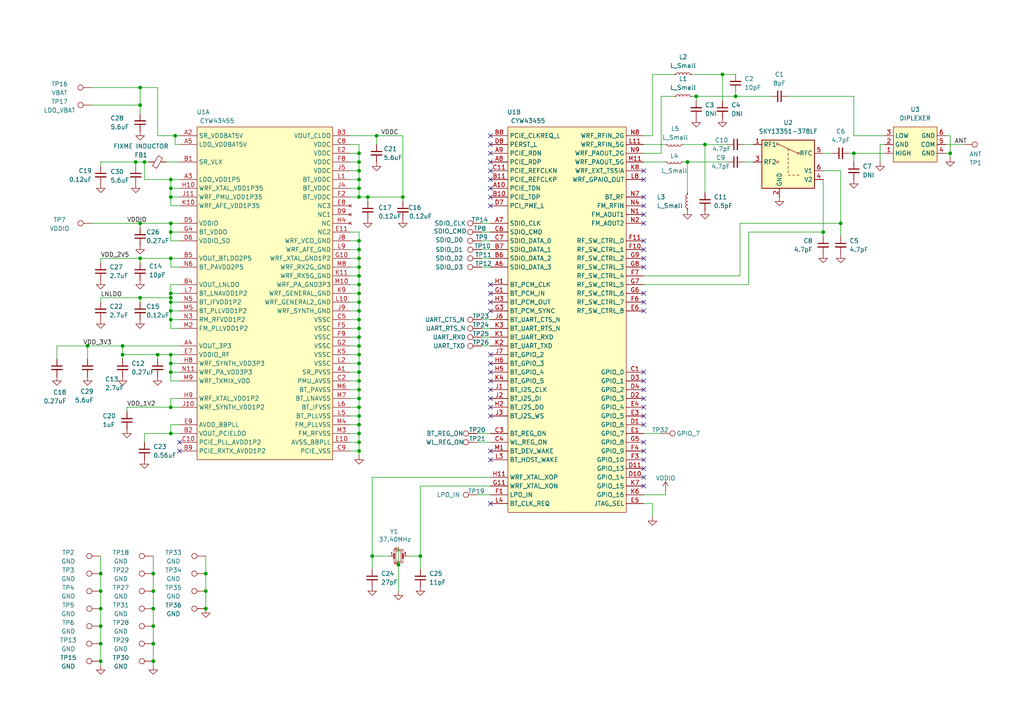
<source format=kicad_sch>
(kicad_sch (version 20250114) (generator "eeschema") (generator_version "9.0")
  (paper "A4")
  (title_block (title "RPi RM0 WiFi/Bluetooth Module") (comment 3 "License: CC BY-SA 4.0 (https://creativecommons.org/licenses/by-sa/4.0)") (comment 4 "Reverse engineered by Tube Time"))
  (junction (at 104.14 110.49))
  (junction (at 29.21 191.77))
  (junction (at 104.14 90.17))
  (junction (at 49.53 64.77))
  (junction (at 104.14 49.53))
  (junction (at 104.14 118.11))
  (junction (at 204.47 41.91))
  (junction (at 104.14 92.71))
  (junction (at 49.53 92.71))
  (junction (at 49.53 54.61))
  (junction (at 199.39 46.99))
  (junction (at 104.14 44.45))
  (junction (at 40.64 86.36))
  (junction (at 29.21 186.69))
  (junction (at 49.53 57.15))
  (junction (at 35.56 100.33))
  (junction (at 39.37 46.99))
  (junction (at 104.14 97.79))
  (junction (at 116.84 57.15))
  (junction (at 104.14 120.65))
  (junction (at 104.14 125.73))
  (junction (at 104.14 85.09))
  (junction (at 44.45 176.53))
  (junction (at 104.14 46.99))
  (junction (at 44.45 166.37))
  (junction (at 121.92 161.29))
  (junction (at 49.53 107.95))
  (junction (at 49.53 67.31))
  (junction (at 213.36 27.94))
  (junction (at 209.55 21.59))
  (junction (at 104.14 105.41))
  (junction (at 49.53 87.63))
  (junction (at 40.64 30.48))
  (junction (at 104.14 80.01))
  (junction (at 40.64 74.93))
  (junction (at 104.14 77.47))
  (junction (at 49.53 74.93))
  (junction (at 104.14 87.63))
  (junction (at 104.14 82.55))
  (junction (at 107.95 161.29))
  (junction (at 104.14 130.81))
  (junction (at 49.53 125.73))
  (junction (at 104.14 74.93))
  (junction (at 104.14 57.15))
  (junction (at 275.59 44.45))
  (junction (at 104.14 107.95))
  (junction (at 104.14 54.61))
  (junction (at 40.64 25.4))
  (junction (at 104.14 100.33))
  (junction (at 59.69 176.53))
  (junction (at 115.57 163.83))
  (junction (at 29.21 181.61))
  (junction (at 29.21 166.37))
  (junction (at 50.8 39.37))
  (junction (at 104.14 123.19))
  (junction (at 41.91 46.99))
  (junction (at 45.72 102.87))
  (junction (at 104.14 52.07))
  (junction (at 201.93 27.94))
  (junction (at 44.45 186.69))
  (junction (at 29.21 176.53))
  (junction (at 40.64 64.77))
  (junction (at 44.45 181.61))
  (junction (at 109.22 39.37))
  (junction (at 49.53 118.11))
  (junction (at 49.53 105.41))
  (junction (at 49.53 86.36))
  (junction (at 44.45 191.77))
  (junction (at 104.14 113.03))
  (junction (at 104.14 69.85))
  (junction (at 104.14 72.39))
  (junction (at 106.68 57.15))
  (junction (at 238.76 67.31))
  (junction (at 49.53 85.09))
  (junction (at 59.69 171.45))
  (junction (at 29.21 171.45))
  (junction (at 104.14 128.27))
  (junction (at 25.4 100.33))
  (junction (at 49.53 102.87))
  (junction (at 104.14 95.25))
  (junction (at 49.53 52.07))
  (junction (at 59.69 166.37))
  (junction (at 247.65 44.45))
  (junction (at 35.56 102.87))
  (junction (at 104.14 115.57))
  (junction (at 243.84 64.77))
  (junction (at 44.45 171.45))
  (junction (at 104.14 102.87))
  (junction (at 49.53 90.17))
  (no_connect (at 142.24 85.09))
  (no_connect (at 186.69 118.11))
  (no_connect (at 142.24 146.05))
  (no_connect (at 142.24 59.69))
  (no_connect (at 186.69 135.89))
  (no_connect (at 186.69 115.57))
  (no_connect (at 186.69 49.53))
  (no_connect (at 142.24 82.55))
  (no_connect (at 142.24 87.63))
  (no_connect (at 142.24 49.53))
  (no_connect (at 142.24 115.57))
  (no_connect (at 186.69 113.03))
  (no_connect (at 142.24 54.61))
  (no_connect (at 186.69 77.47))
  (no_connect (at 142.24 118.11))
  (no_connect (at 142.24 44.45))
  (no_connect (at 186.69 120.65))
  (no_connect (at 142.24 110.49))
  (no_connect (at 142.24 90.17))
  (no_connect (at 186.69 62.23))
  (no_connect (at 186.69 128.27))
  (no_connect (at 186.69 110.49))
  (no_connect (at 186.69 133.35))
  (no_connect (at 142.24 46.99))
  (no_connect (at 186.69 74.93))
  (no_connect (at 186.69 138.43))
  (no_connect (at 186.69 69.85))
  (no_connect (at 186.69 72.39))
  (no_connect (at 186.69 59.69))
  (no_connect (at 142.24 107.95))
  (no_connect (at 186.69 90.17))
  (no_connect (at 186.69 52.07))
  (no_connect (at 186.69 57.15))
  (no_connect (at 142.24 120.65))
  (no_connect (at 142.24 130.81))
  (no_connect (at 142.24 133.35))
  (no_connect (at 186.69 87.63))
  (no_connect (at 186.69 123.19))
  (no_connect (at 142.24 39.37))
  (no_connect (at 142.24 102.87))
  (no_connect (at 186.69 107.95))
  (no_connect (at 52.07 128.27))
  (no_connect (at 186.69 85.09))
  (no_connect (at 142.24 57.15))
  (no_connect (at 186.69 64.77))
  (no_connect (at 142.24 105.41))
  (no_connect (at 52.07 130.81))
  (no_connect (at 142.24 52.07))
  (no_connect (at 186.69 130.81))
  (no_connect (at 142.24 41.91))
  (no_connect (at 186.69 140.97))
  (no_connect (at 142.24 113.03))
  (wire (pts (xy 121.92 161.29) (xy 121.92 140.97)))
  (wire (pts (xy 139.7 97.79) (xy 142.24 97.79)))
  (wire (pts (xy 104.14 80.01) (xy 101.6 80.01)))
  (wire (pts (xy 191.77 44.45) (xy 191.77 27.94)))
  (wire (pts (xy 48.26 46.99) (xy 52.07 46.99)))
  (wire (pts (xy 275.59 44.45) (xy 275.59 45.72)))
  (wire (pts (xy 115.57 158.75) (xy 115.57 163.83)))
  (wire (pts (xy 247.65 39.37) (xy 247.65 27.94)))
  (wire (pts (xy 104.14 123.19) (xy 104.14 125.73)))
  (wire (pts (xy 104.14 115.57) (xy 101.6 115.57)))
  (wire (pts (xy 52.07 82.55) (xy 49.53 82.55)))
  (wire (pts (xy 104.14 107.95) (xy 104.14 110.49)))
  (wire (pts (xy 104.14 115.57) (xy 104.14 118.11)))
  (wire (pts (xy 106.68 57.15) (xy 116.84 57.15)))
  (wire (pts (xy 52.07 41.91) (xy 50.8 41.91)))
  (wire (pts (xy 104.14 95.25) (xy 101.6 95.25)))
  (wire (pts (xy 209.55 29.21) (xy 209.55 21.59)))
  (wire (pts (xy 104.14 128.27) (xy 101.6 128.27)))
  (wire (pts (xy 52.07 57.15) (xy 49.53 57.15)))
  (wire (pts (xy 104.14 87.63) (xy 101.6 87.63)))
  (wire (pts (xy 49.53 123.19) (xy 49.53 125.73)))
  (wire (pts (xy 49.53 52.07) (xy 49.53 54.61)))
  (wire (pts (xy 191.77 27.94) (xy 195.58 27.94)))
  (wire (pts (xy 186.69 41.91) (xy 193.04 41.91)))
  (wire (pts (xy 104.14 82.55) (xy 101.6 82.55)))
  (wire (pts (xy 247.65 46.99) (xy 247.65 44.45)))
  (wire (pts (xy 39.37 48.26) (xy 39.37 46.99)))
  (wire (pts (xy 139.7 69.85) (xy 142.24 69.85)))
  (wire (pts (xy 189.23 21.59) (xy 189.23 39.37)))
  (wire (pts (xy 104.14 69.85) (xy 101.6 69.85)))
  (wire (pts (xy 121.92 140.97) (xy 142.24 140.97)))
  (wire (pts (xy 198.12 46.99) (xy 199.39 46.99)))
  (wire (pts (xy 104.14 72.39) (xy 101.6 72.39)))
  (wire (pts (xy 139.7 77.47) (xy 142.24 77.47)))
  (wire (pts (xy 40.64 64.77) (xy 40.64 66.04)))
  (wire (pts (xy 104.14 92.71) (xy 104.14 95.25)))
  (wire (pts (xy 52.07 123.19) (xy 49.53 123.19)))
  (wire (pts (xy 106.68 57.15) (xy 106.68 58.42)))
  (wire (pts (xy 52.07 52.07) (xy 49.53 52.07)))
  (wire (pts (xy 39.37 46.99) (xy 41.91 46.99)))
  (wire (pts (xy 104.14 52.07) (xy 104.14 54.61)))
  (wire (pts (xy 104.14 118.11) (xy 101.6 118.11)))
  (wire (pts (xy 50.8 39.37) (xy 45.72 39.37)))
  (wire (pts (xy 201.93 29.21) (xy 201.93 27.94)))
  (wire (pts (xy 189.23 146.05) (xy 186.69 146.05)))
  (wire (pts (xy 104.14 87.63) (xy 104.14 90.17)))
  (wire (pts (xy 104.14 110.49) (xy 101.6 110.49)))
  (wire (pts (xy 199.39 46.99) (xy 210.82 46.99)))
  (wire (pts (xy 104.14 74.93) (xy 101.6 74.93)))
  (wire (pts (xy 41.91 46.99) (xy 43.18 46.99)))
  (wire (pts (xy 104.14 92.71) (xy 101.6 92.71)))
  (wire (pts (xy 104.14 46.99) (xy 104.14 49.53)))
  (wire (pts (xy 139.7 100.33) (xy 142.24 100.33)))
  (wire (pts (xy 49.53 110.49) (xy 49.53 107.95)))
  (wire (pts (xy 209.55 21.59) (xy 200.66 21.59)))
  (wire (pts (xy 40.64 30.48) (xy 40.64 33.02)))
  (wire (pts (xy 26.67 64.77) (xy 40.64 64.77)))
  (wire (pts (xy 198.12 41.91) (xy 204.47 41.91)))
  (wire (pts (xy 186.69 80.01) (xy 214.63 80.01)))
  (wire (pts (xy 104.14 128.27) (xy 104.14 130.81)))
  (wire (pts (xy 29.21 191.77) (xy 29.21 193.04)))
  (wire (pts (xy 139.7 92.71) (xy 142.24 92.71)))
  (wire (pts (xy 101.6 41.91) (xy 104.14 41.91)))
  (wire (pts (xy 139.7 64.77) (xy 142.24 64.77)))
  (wire (pts (xy 104.14 110.49) (xy 104.14 113.03)))
  (wire (pts (xy 49.53 102.87) (xy 49.53 105.41)))
  (wire (pts (xy 44.45 161.29) (xy 44.45 166.37)))
  (wire (pts (xy 189.23 39.37) (xy 186.69 39.37)))
  (wire (pts (xy 274.32 39.37) (xy 275.59 39.37)))
  (wire (pts (xy 213.36 27.94) (xy 223.52 27.94)))
  (wire (pts (xy 138.43 128.27) (xy 142.24 128.27)))
  (wire (pts (xy 49.53 90.17) (xy 49.53 92.71)))
  (wire (pts (xy 104.14 69.85) (xy 104.14 72.39)))
  (wire (pts (xy 104.14 105.41) (xy 104.14 107.95)))
  (wire (pts (xy 139.7 95.25) (xy 142.24 95.25)))
  (wire (pts (xy 52.07 87.63) (xy 49.53 87.63)))
  (wire (pts (xy 40.64 64.77) (xy 49.53 64.77)))
  (wire (pts (xy 104.14 67.31) (xy 101.6 67.31)))
  (wire (pts (xy 104.14 77.47) (xy 104.14 80.01)))
  (wire (pts (xy 101.6 49.53) (xy 104.14 49.53)))
  (wire (pts (xy 49.53 92.71) (xy 52.07 92.71)))
  (wire (pts (xy 52.07 110.49) (xy 49.53 110.49)))
  (wire (pts (xy 104.14 107.95) (xy 101.6 107.95)))
  (wire (pts (xy 104.14 120.65) (xy 101.6 120.65)))
  (wire (pts (xy 104.14 102.87) (xy 101.6 102.87)))
  (wire (pts (xy 41.91 125.73) (xy 41.91 128.27)))
  (wire (pts (xy 29.21 161.29) (xy 29.21 166.37)))
  (wire (pts (xy 116.84 57.15) (xy 116.84 58.42)))
  (wire (pts (xy 29.21 166.37) (xy 29.21 171.45)))
  (wire (pts (xy 49.53 87.63) (xy 49.53 90.17)))
  (wire (pts (xy 104.14 130.81) (xy 101.6 130.81)))
  (wire (pts (xy 247.65 27.94) (xy 228.6 27.94)))
  (wire (pts (xy 255.27 41.91) (xy 256.54 41.91)))
  (wire (pts (xy 104.14 100.33) (xy 101.6 100.33)))
  (wire (pts (xy 44.45 171.45) (xy 44.45 176.53)))
  (wire (pts (xy 36.83 118.11) (xy 36.83 119.38)))
  (wire (pts (xy 35.56 102.87) (xy 45.72 102.87)))
  (wire (pts (xy 104.14 57.15) (xy 101.6 57.15)))
  (wire (pts (xy 49.53 64.77) (xy 49.53 67.31)))
  (wire (pts (xy 52.07 67.31) (xy 49.53 67.31)))
  (wire (pts (xy 29.21 74.93) (xy 29.21 76.2)))
  (wire (pts (xy 274.32 44.45) (xy 275.59 44.45)))
  (wire (pts (xy 243.84 64.77) (xy 243.84 68.58)))
  (wire (pts (xy 59.69 161.29) (xy 59.69 166.37)))
  (wire (pts (xy 59.69 171.45) (xy 59.69 176.53)))
  (wire (pts (xy 104.14 85.09) (xy 104.14 87.63)))
  (wire (pts (xy 238.76 52.07) (xy 238.76 67.31)))
  (wire (pts (xy 193.04 143.51) (xy 186.69 143.51)))
  (wire (pts (xy 59.69 166.37) (xy 59.69 171.45)))
  (wire (pts (xy 49.53 105.41) (xy 52.07 105.41)))
  (wire (pts (xy 104.14 105.41) (xy 101.6 105.41)))
  (wire (pts (xy 215.9 46.99) (xy 218.44 46.99)))
  (wire (pts (xy 29.21 86.36) (xy 40.64 86.36)))
  (wire (pts (xy 45.72 102.87) (xy 49.53 102.87)))
  (wire (pts (xy 40.64 25.4) (xy 40.64 30.48)))
  (wire (pts (xy 104.14 113.03) (xy 104.14 115.57)))
  (wire (pts (xy 16.51 100.33) (xy 16.51 104.14)))
  (wire (pts (xy 49.53 69.85) (xy 49.53 67.31)))
  (wire (pts (xy 44.45 186.69) (xy 44.45 191.77)))
  (wire (pts (xy 41.91 52.07) (xy 49.53 52.07)))
  (wire (pts (xy 186.69 125.73) (xy 191.77 125.73)))
  (wire (pts (xy 104.14 72.39) (xy 104.14 74.93)))
  (wire (pts (xy 104.14 100.33) (xy 104.14 102.87)))
  (wire (pts (xy 104.14 57.15) (xy 106.68 57.15)))
  (wire (pts (xy 49.53 118.11) (xy 52.07 118.11)))
  (wire (pts (xy 49.53 90.17) (xy 52.07 90.17)))
  (wire (pts (xy 104.14 125.73) (xy 104.14 128.27)))
  (wire (pts (xy 104.14 97.79) (xy 104.14 100.33)))
  (wire (pts (xy 104.14 82.55) (xy 104.14 85.09)))
  (wire (pts (xy 104.14 102.87) (xy 104.14 105.41)))
  (wire (pts (xy 52.07 115.57) (xy 49.53 115.57)))
  (wire (pts (xy 104.14 130.81) (xy 104.14 132.08)))
  (wire (pts (xy 49.53 57.15) (xy 49.53 54.61)))
  (wire (pts (xy 49.53 86.36) (xy 40.64 86.36)))
  (wire (pts (xy 121.92 165.1) (xy 121.92 161.29)))
  (wire (pts (xy 195.58 21.59) (xy 189.23 21.59)))
  (wire (pts (xy 41.91 52.07) (xy 41.91 46.99)))
  (wire (pts (xy 199.39 55.88) (xy 199.39 46.99)))
  (wire (pts (xy 104.14 95.25) (xy 104.14 97.79)))
  (wire (pts (xy 29.21 181.61) (xy 29.21 176.53)))
  (wire (pts (xy 186.69 46.99) (xy 193.04 46.99)))
  (wire (pts (xy 29.21 74.93) (xy 40.64 74.93)))
  (wire (pts (xy 139.7 74.93) (xy 142.24 74.93)))
  (wire (pts (xy 186.69 44.45) (xy 191.77 44.45)))
  (wire (pts (xy 49.53 107.95) (xy 52.07 107.95)))
  (wire (pts (xy 104.14 77.47) (xy 101.6 77.47)))
  (wire (pts (xy 40.64 86.36) (xy 40.64 87.63)))
  (wire (pts (xy 50.8 41.91) (xy 50.8 39.37)))
  (wire (pts (xy 35.56 102.87) (xy 35.56 104.14)))
  (wire (pts (xy 107.95 161.29) (xy 113.03 161.29)))
  (wire (pts (xy 49.53 74.93) (xy 49.53 77.47)))
  (wire (pts (xy 238.76 67.31) (xy 217.17 67.31)))
  (wire (pts (xy 25.4 100.33) (xy 25.4 104.14)))
  (wire (pts (xy 16.51 100.33) (xy 25.4 100.33)))
  (wire (pts (xy 201.93 27.94) (xy 213.36 27.94)))
  (wire (pts (xy 104.14 74.93) (xy 104.14 77.47)))
  (wire (pts (xy 49.53 59.69) (xy 49.53 57.15)))
  (wire (pts (xy 26.67 25.4) (xy 40.64 25.4)))
  (wire (pts (xy 29.21 191.77) (xy 29.21 186.69)))
  (wire (pts (xy 209.55 21.59) (xy 213.36 21.59)))
  (wire (pts (xy 107.95 165.1) (xy 107.95 161.29)))
  (wire (pts (xy 36.83 118.11) (xy 49.53 118.11)))
  (wire (pts (xy 274.32 41.91) (xy 279.4 41.91)))
  (wire (pts (xy 214.63 64.77) (xy 243.84 64.77)))
  (wire (pts (xy 45.72 102.87) (xy 45.72 104.14)))
  (wire (pts (xy 49.53 105.41) (xy 49.53 107.95)))
  (wire (pts (xy 29.21 48.26) (xy 29.21 46.99)))
  (wire (pts (xy 200.66 27.94) (xy 201.93 27.94)))
  (wire (pts (xy 104.14 118.11) (xy 104.14 120.65)))
  (wire (pts (xy 104.14 44.45) (xy 104.14 46.99)))
  (wire (pts (xy 213.36 27.94) (xy 213.36 26.67)))
  (wire (pts (xy 52.07 102.87) (xy 49.53 102.87)))
  (wire (pts (xy 52.07 59.69) (xy 49.53 59.69)))
  (wire (pts (xy 25.4 100.33) (xy 35.56 100.33)))
  (wire (pts (xy 44.45 191.77) (xy 44.45 193.04)))
  (wire (pts (xy 104.14 90.17) (xy 101.6 90.17)))
  (wire (pts (xy 215.9 41.91) (xy 218.44 41.91)))
  (wire (pts (xy 204.47 55.88) (xy 204.47 41.91)))
  (wire (pts (xy 104.14 90.17) (xy 104.14 92.71)))
  (wire (pts (xy 52.07 95.25) (xy 49.53 95.25)))
  (wire (pts (xy 101.6 44.45) (xy 104.14 44.45)))
  (wire (pts (xy 40.64 76.2) (xy 40.64 74.93)))
  (wire (pts (xy 49.53 86.36) (xy 49.53 87.63)))
  (wire (pts (xy 193.04 142.24) (xy 193.04 143.51)))
  (wire (pts (xy 29.21 186.69) (xy 29.21 181.61)))
  (wire (pts (xy 139.7 72.39) (xy 142.24 72.39)))
  (wire (pts (xy 101.6 52.07) (xy 104.14 52.07)))
  (wire (pts (xy 35.56 100.33) (xy 35.56 102.87)))
  (wire (pts (xy 138.43 125.73) (xy 142.24 125.73)))
  (wire (pts (xy 109.22 39.37) (xy 116.84 39.37)))
  (wire (pts (xy 101.6 54.61) (xy 104.14 54.61)))
  (wire (pts (xy 29.21 171.45) (xy 29.21 176.53)))
  (wire (pts (xy 104.14 125.73) (xy 101.6 125.73)))
  (wire (pts (xy 41.91 125.73) (xy 49.53 125.73)))
  (wire (pts (xy 255.27 46.99) (xy 255.27 41.91)))
  (wire (pts (xy 243.84 49.53) (xy 243.84 64.77)))
  (wire (pts (xy 44.45 176.53) (xy 44.45 181.61)))
  (wire (pts (xy 138.43 143.51) (xy 142.24 143.51)))
  (wire (pts (xy 107.95 138.43) (xy 142.24 138.43)))
  (wire (pts (xy 116.84 39.37) (xy 116.84 57.15)))
  (wire (pts (xy 52.07 85.09) (xy 49.53 85.09)))
  (wire (pts (xy 49.53 54.61) (xy 52.07 54.61)))
  (wire (pts (xy 104.14 49.53) (xy 104.14 52.07)))
  (wire (pts (xy 101.6 46.99) (xy 104.14 46.99)))
  (wire (pts (xy 118.11 161.29) (xy 121.92 161.29)))
  (wire (pts (xy 104.14 113.03) (xy 101.6 113.03)))
  (wire (pts (xy 104.14 85.09) (xy 101.6 85.09)))
  (wire (pts (xy 49.53 86.36) (xy 49.53 85.09)))
  (wire (pts (xy 186.69 82.55) (xy 217.17 82.55)))
  (wire (pts (xy 275.59 39.37) (xy 275.59 44.45)))
  (wire (pts (xy 115.57 163.83) (xy 115.57 171.45)))
  (wire (pts (xy 189.23 149.86) (xy 189.23 146.05)))
  (wire (pts (xy 214.63 80.01) (xy 214.63 64.77)))
  (wire (pts (xy 50.8 39.37) (xy 52.07 39.37)))
  (wire (pts (xy 52.07 74.93) (xy 49.53 74.93)))
  (wire (pts (xy 107.95 161.29) (xy 107.95 138.43)))
  (wire (pts (xy 247.65 44.45) (xy 246.38 44.45)))
  (wire (pts (xy 238.76 49.53) (xy 243.84 49.53)))
  (wire (pts (xy 104.14 123.19) (xy 101.6 123.19)))
  (wire (pts (xy 26.67 30.48) (xy 40.64 30.48)))
  (wire (pts (xy 104.14 97.79) (xy 101.6 97.79)))
  (wire (pts (xy 204.47 41.91) (xy 210.82 41.91)))
  (wire (pts (xy 104.14 41.91) (xy 104.14 44.45)))
  (wire (pts (xy 238.76 44.45) (xy 241.3 44.45)))
  (wire (pts (xy 101.6 39.37) (xy 109.22 39.37)))
  (wire (pts (xy 44.45 181.61) (xy 44.45 186.69)))
  (wire (pts (xy 247.65 44.45) (xy 256.54 44.45)))
  (wire (pts (xy 49.53 125.73) (xy 52.07 125.73)))
  (wire (pts (xy 49.53 115.57) (xy 49.53 118.11)))
  (wire (pts (xy 44.45 166.37) (xy 44.45 171.45)))
  (wire (pts (xy 29.21 86.36) (xy 29.21 87.63)))
  (wire (pts (xy 238.76 67.31) (xy 238.76 68.58)))
  (wire (pts (xy 256.54 39.37) (xy 247.65 39.37)))
  (wire (pts (xy 49.53 77.47) (xy 52.07 77.47)))
  (wire (pts (xy 45.72 25.4) (xy 40.64 25.4)))
  (wire (pts (xy 104.14 80.01) (xy 104.14 82.55)))
  (wire (pts (xy 35.56 100.33) (xy 52.07 100.33)))
  (wire (pts (xy 104.14 120.65) (xy 104.14 123.19)))
  (wire (pts (xy 49.53 85.09) (xy 49.53 82.55)))
  (wire (pts (xy 52.07 69.85) (xy 49.53 69.85)))
  (wire (pts (xy 29.21 46.99) (xy 39.37 46.99)))
  (wire (pts (xy 45.72 39.37) (xy 45.72 25.4)))
  (wire (pts (xy 139.7 67.31) (xy 142.24 67.31)))
  (wire (pts (xy 104.14 69.85) (xy 104.14 67.31)))
  (wire (pts (xy 49.53 95.25) (xy 49.53 92.71)))
  (wire (pts (xy 109.22 41.91) (xy 109.22 39.37)))
  (wire (pts (xy 217.17 67.31) (xy 217.17 82.55)))
  (wire (pts (xy 52.07 64.77) (xy 49.53 64.77)))
  (wire (pts (xy 104.14 54.61) (xy 104.14 57.15)))
  (wire (pts (xy 40.64 74.93) (xy 49.53 74.93)))
  (label "ANT" (at 276.86 41.91 0))
  (label "LNLDO" (at 29.21 86.36 0))
  (label "VDDC" (at 110.49 39.37 0))
  (label "VDDIO" (at 36.83 64.77 0))
  (label "VDD_3V3" (at 24.13 100.33 0))
  (label "VDD_1V2" (at 36.83 118.11 0))
  (label "VDD_2V5" (at 29.21 74.93 0))
  (symbol (lib_id "Device:C_Small") (at 238.76 71.12 0) (unit 1)
    (property "Reference" "C8" (at 235.712 69.85 0) (effects (justify right)))
    (property "Value" "4.7pF" (at 235.712 72.39 0) (effects (justify right)))
    (property "Footprint" "Capacitor_SMD:C_0201_0603Metric" (effects (hide yes)))
    (property "Description" "Unpolarized capacitor, small symbol" (effects (hide yes)))
  )
  (symbol (lib_id "Connector:TestPoint") (at 29.21 181.61 90) (unit 1)
    (property "Reference" "TP6" (at 19.812 180.594 90))
    (property "Value" "GND" (at 19.812 183.134 90))
    (property "Footprint" "Conn:Pad07X03" (effects (hide yes)))
    (property "Description" "test point" (effects (hide yes)))
  )
  (symbol (lib_id "power:GND") (at 16.51 109.22 0) (mirror y) (unit 1)
    (property "Reference" "#PWR033" (effects (hide yes)))
    (property "Value" "GND" (effects (hide yes)))
    (property "Description" "Power symbol creates a global label with name \"GND\" , ground" (effects (hide yes)))
  )
  (symbol (lib_id "power:GND") (at 40.64 38.1 0) (unit 1)
    (property "Reference" "#PWR016" (effects (hide yes)))
    (property "Value" "GND" (effects (hide yes)))
    (property "Description" "Power symbol creates a global label with name \"GND\" , ground" (effects (hide yes)))
  )
  (symbol (lib_id "Device:C_Small") (at 201.93 31.75 180) (unit 1)
    (property "Reference" "C3" (at 204.47 30.4735 0) (effects (justify right)))
    (property "Value" "DNI" (at 204.47 33.0135 0) (effects (justify right)))
    (property "Footprint" "Capacitor_SMD:C_0201_0603Metric" (effects (hide yes)))
    (property "Description" "Unpolarized capacitor, small symbol" (effects (hide yes)))
  )
  (symbol (lib_id "power:GND") (at 255.27 46.99 0) (unit 1)
    (property "Reference" "#PWR036" (effects (hide yes)))
    (property "Value" "GND" (effects (hide yes)))
    (property "Description" "Power symbol creates a global label with name \"GND\" , ground" (effects (hide yes)))
  )
  (symbol (lib_id "power:GND") (at 40.64 71.12 0) (unit 1)
    (property "Reference" "#PWR030" (effects (hide yes)))
    (property "Value" "GND" (effects (hide yes)))
    (property "Description" "Power symbol creates a global label with name \"GND\" , ground" (effects (hide yes)))
  )
  (symbol (lib_id "power:GND") (at 40.64 81.28 0) (unit 1)
    (property "Reference" "#PWR011" (effects (hide yes)))
    (property "Value" "GND" (effects (hide yes)))
    (property "Description" "Power symbol creates a global label with name \"GND\" , ground" (effects (hide yes)))
  )
  (symbol (lib_id "power:GND") (at 44.45 193.04 0) (unit 1)
    (property "Reference" "#PWR025" (effects (hide yes)))
    (property "Value" "GND" (effects (hide yes)))
    (property "Description" "Power symbol creates a global label with name \"GND\" , ground" (effects (hide yes)))
  )
  (symbol (lib_id "power:GND") (at 189.23 149.86 0) (unit 1)
    (property "Reference" "#PWR020" (effects (hide yes)))
    (property "Value" "GND" (effects (hide yes)))
    (property "Description" "Power symbol creates a global label with name \"GND\" , ground" (effects (hide yes)))
  )
  (symbol (lib_id "Connector:TestPoint") (at 26.67 25.4 90) (unit 1)
    (property "Reference" "TP16" (at 17.272 24.384 90))
    (property "Value" "VBAT" (at 17.272 26.924 90))
    (property "Footprint" "Conn:Pad07X03" (effects (hide yes)))
    (property "Description" "test point" (effects (hide yes)))
  )
  (symbol (lib_id "power:GND") (at 116.84 63.5 0) (unit 1)
    (property "Reference" "#PWR014" (effects (hide yes)))
    (property "Value" "GND" (effects (hide yes)))
    (property "Description" "Power symbol creates a global label with name \"GND\" , ground" (effects (hide yes)))
  )
  (symbol (lib_id "Device:C_Small") (at 109.22 44.45 0) (unit 1)
    (property "Reference" "C21" (at 111.252 43.18 0) (effects (justify left)))
    (property "Value" "5.6uF" (at 111.252 45.72 0) (effects (justify left)))
    (property "Footprint" "Capacitor_SMD:C_0402_1005Metric" (effects (hide yes)))
    (property "Description" "Unpolarized capacitor, small symbol" (effects (hide yes)))
  )
  (symbol (lib_id "power:GND") (at 59.69 176.53 0) (unit 1)
    (property "Reference" "#PWR026" (effects (hide yes)))
    (property "Value" "GND" (effects (hide yes)))
    (property "Description" "Power symbol creates a global label with name \"GND\" , ground" (effects (hide yes)))
  )
  (symbol (lib_id "Connector:TestPoint") (at 59.69 161.29 90) (unit 1)
    (property "Reference" "TP33" (at 50.292 160.274 90))
    (property "Value" "GND" (at 50.292 162.814 90))
    (property "Footprint" "Conn:Pad1X1" (effects (hide yes)))
    (property "Description" "test point" (effects (hide yes)))
  )
  (symbol (lib_id "Connector:TestPoint") (at 139.7 95.25 90) (unit 1)
    (property "Reference" "TP24" (at 139.446 94.234 90))
    (property "Value" "UART_RTS_N" (at 129.286 95.25 90))
    (property "Footprint" "Conn:Pad07X03" (effects (hide yes)))
    (property "Description" "test point" (effects (hide yes)))
  )
  (symbol (lib_id "misc_ic:diplexer") (at 259.08 36.83 0) (unit 1)
    (property "Reference" "U3" (at 265.43 31.75 0))
    (property "Value" "DIPLEXER" (at 265.43 34.29 0))
    (property "Footprint" "RF_Converter:Balun_Johanson_1.6x0.8mm" (effects (hide yes)))
    (property "Description" "DPX165950DT-8048A1 or similar" (effects (hide yes)))
  )
  (symbol (lib_id "Connector:TestPoint") (at 29.21 166.37 90) (unit 1)
    (property "Reference" "TP3" (at 19.812 165.354 90))
    (property "Value" "GND" (at 19.812 167.894 90))
    (property "Footprint" "Conn:Pad07X03" (effects (hide yes)))
    (property "Description" "test point" (effects (hide yes)))
  )
  (symbol (lib_id "Device:L_Small") (at 199.39 58.42 180) (unit 1)
    (property "Reference" "L3" (at 190.5 57.15 0) (effects (justify right)))
    (property "Value" "L_Small" (at 190.5 59.69 0) (effects (justify right)))
    (property "Footprint" "Inductor_SMD:L_0201_0603Metric" (effects (hide yes)))
    (property "Description" "Inductor, small symbol" (effects (hide yes)))
  )
  (symbol (lib_id "Connector:TestPoint") (at 44.45 171.45 90) (unit 1)
    (property "Reference" "TP27" (at 35.052 170.434 90))
    (property "Value" "GND" (at 35.052 172.974 90))
    (property "Footprint" "Conn:Pad07X03" (effects (hide yes)))
    (property "Description" "test point" (effects (hide yes)))
  )
  (symbol (lib_id "Device:C_Small") (at 29.21 90.17 180) (unit 1)
    (property "Reference" "C22" (at 31.75 88.8935 0) (effects (justify right)))
    (property "Value" "2.7uF" (at 31.75 91.4335 0) (effects (justify right)))
    (property "Footprint" "Capacitor_SMD:C_0402_1005Metric" (effects (hide yes)))
    (property "Description" "Unpolarized capacitor, small symbol" (effects (hide yes)))
  )
  (symbol (lib_id "power:GND") (at 209.55 34.29 0) (unit 1)
    (property "Reference" "#PWR010" (effects (hide yes)))
    (property "Value" "GND" (effects (hide yes)))
    (property "Description" "Power symbol creates a global label with name \"GND\" , ground" (effects (hide yes)))
  )
  (symbol (lib_id "Connector:TestPoint") (at 139.7 100.33 90) (unit 1)
    (property "Reference" "TP26" (at 139.446 99.314 90))
    (property "Value" "UART_TXD" (at 130.302 100.33 90))
    (property "Footprint" "Conn:Pad07X03" (effects (hide yes)))
    (property "Description" "test point" (effects (hide yes)))
  )
  (symbol (lib_name "CYW43455_1") (lib_id "misc_ic:CYW43455") (at 57.15 36.83 0) (unit 1)
    (property "Reference" "U1" (at 58.928 32.512 0))
    (property "Value" "CYW43455" (at 62.992 35.052 0))
    (property "Footprint" "Active:BGA-140_11x13_4.47x5.27mm" (effects (hide yes)))
  )
  (symbol (lib_id "Device:L_Small") (at 195.58 46.99 270) (unit 1)
    (property "Reference" "L4" (at 195.58 45.212 90))
    (property "Value" "L_Small" (at 195.58 49.53 90))
    (property "Footprint" "Inductor_SMD:L_0201_0603Metric" (effects (hide yes)))
    (property "Description" "Inductor, small symbol" (effects (hide yes)))
  )
  (symbol (lib_id "Device:C_Small") (at 243.84 44.45 90) (unit 1)
    (property "Reference" "C6" (at 243.8463 38.1 90))
    (property "Value" "4.7pF" (at 243.8463 40.64 90))
    (property "Footprint" "Capacitor_SMD:C_0201_0603Metric" (effects (hide yes)))
    (property "Description" "Unpolarized capacitor, small symbol" (effects (hide yes)))
  )
  (symbol (lib_id "Device:C_Small") (at 107.95 167.64 0) (unit 1)
    (property "Reference" "C24" (at 110.49 166.3762 0) (effects (justify left)))
    (property "Value" "27pF" (at 110.49 168.9162 0) (effects (justify left)))
    (property "Footprint" "Capacitor_SMD:C_0201_0603Metric" (effects (hide yes)))
    (property "Description" "Unpolarized capacitor, small symbol" (effects (hide yes)))
  )
  (symbol (lib_id "power:GND") (at 121.92 170.18 0) (unit 1)
    (property "Reference" "#PWR018" (effects (hide yes)))
    (property "Value" "GND" (effects (hide yes)))
    (property "Description" "Power symbol creates a global label with name \"GND\" , ground" (effects (hide yes)))
  )
  (symbol (lib_id "Connector:TestPoint") (at 191.77 125.73 270) (unit 1)
    (property "Reference" "TP32" (at 191.516 124.714 90))
    (property "Value" "GPIO_7" (at 199.644 125.73 90))
    (property "Footprint" "Conn:Pad1X1" (effects (hide yes)))
    (property "Description" "test point" (effects (hide yes)))
  )
  (symbol (lib_id "Device:C_Small") (at 121.92 167.64 180) (unit 1)
    (property "Reference" "C25" (at 124.46 166.3635 0) (effects (justify right)))
    (property "Value" "11pF" (at 124.46 168.9035 0) (effects (justify right)))
    (property "Footprint" "Capacitor_SMD:C_0201_0603Metric" (effects (hide yes)))
    (property "Description" "Unpolarized capacitor, small symbol" (effects (hide yes)))
  )
  (symbol (lib_id "power:GND") (at 109.22 46.99 0) (unit 1)
    (property "Reference" "#PWR032" (effects (hide yes)))
    (property "Value" "GND" (effects (hide yes)))
    (property "Description" "Power symbol creates a global label with name \"GND\" , ground" (effects (hide yes)))
  )
  (symbol (lib_id "Device:C_Small") (at 243.84 71.12 0) (unit 1)
    (property "Reference" "C5" (at 246.38 69.8562 0) (effects (justify left)))
    (property "Value" "4.7pF" (at 246.38 72.3962 0) (effects (justify left)))
    (property "Footprint" "Capacitor_SMD:C_0201_0603Metric" (effects (hide yes)))
    (property "Description" "Unpolarized capacitor, small symbol" (effects (hide yes)))
  )
  (symbol (lib_id "power:GND") (at 199.39 60.96 0) (unit 1)
    (property "Reference" "#PWR08" (effects (hide yes)))
    (property "Value" "GND" (effects (hide yes)))
    (property "Description" "Power symbol creates a global label with name \"GND\" , ground" (effects (hide yes)))
  )
  (symbol (lib_id "Connector:TestPoint") (at 139.7 92.71 90) (unit 1)
    (property "Reference" "TP23" (at 139.446 91.694 90))
    (property "Value" "UART_CTS_N" (at 129.032 92.71 90))
    (property "Footprint" "Conn:Pad07X03" (effects (hide yes)))
    (property "Description" "test point" (effects (hide yes)))
  )
  (symbol (lib_id "Device:C_Small") (at 204.47 58.42 180) (unit 1)
    (property "Reference" "C11" (at 207.01 57.1435 0) (effects (justify right)))
    (property "Value" "0.5pF" (at 207.01 59.6835 0) (effects (justify right)))
    (property "Footprint" "Capacitor_SMD:C_0201_0603Metric" (effects (hide yes)))
    (property "Description" "Unpolarized capacitor, small symbol" (effects (hide yes)))
  )
  (symbol (lib_id "Connector:TestPoint") (at 138.43 143.51 90) (unit 1)
    (property "Reference" "TP19" (at 138.176 142.494 90))
    (property "Value" "LPO_IN" (at 130.048 143.51 90))
    (property "Footprint" "Conn:Pad07X03" (effects (hide yes)))
    (property "Description" "test point" (effects (hide yes)))
  )
  (symbol (lib_id "power:GND") (at 40.64 92.71 0) (unit 1)
    (property "Reference" "#PWR012" (effects (hide yes)))
    (property "Value" "GND" (effects (hide yes)))
    (property "Description" "Power symbol creates a global label with name \"GND\" , ground" (effects (hide yes)))
  )
  (symbol (lib_id "Connector:TestPoint") (at 44.45 191.77 90) (unit 1)
    (property "Reference" "TP30" (at 35.052 190.754 90))
    (property "Value" "GND" (at 35.052 193.294 90))
    (property "Footprint" "Conn:Pad07X03" (effects (hide yes)))
    (property "Description" "test point" (effects (hide yes)))
  )
  (symbol (lib_id "Device:C_Small") (at 40.64 68.58 180) (unit 1)
    (property "Reference" "C26" (at 42.418 67.31 0) (effects (justify right)))
    (property "Value" "0.27uF" (at 42.418 69.85 0) (effects (justify right)))
    (property "Footprint" "Capacitor_SMD:C_0201_0603Metric" (effects (hide yes)))
    (property "Description" "Unpolarized capacitor, small symbol" (effects (hide yes)))
  )
  (symbol (lib_id "Connector:TestPoint") (at 26.67 64.77 90) (unit 1)
    (property "Reference" "TP7" (at 17.272 63.754 90))
    (property "Value" "VDDIO" (at 17.272 66.294 90))
    (property "Footprint" "Conn:Pad07X03" (effects (hide yes)))
    (property "Description" "test point" (effects (hide yes)))
  )
  (symbol (lib_id "misc_ic:CYW43455") (at 147.32 36.83 0) (unit 2)
    (property "Reference" "U1" (at 149.098 32.512 0))
    (property "Value" "CYW43455" (at 153.162 35.052 0))
    (property "Footprint" "Active:BGA-140_11x13_4.47x5.27mm" (effects (hide yes)))
  )
  (symbol (lib_id "Connector:TestPoint") (at 44.45 181.61 90) (unit 1)
    (property "Reference" "TP28" (at 35.052 180.594 90))
    (property "Value" "GND" (at 35.052 183.134 90))
    (property "Footprint" "Conn:Pad07X03" (effects (hide yes)))
    (property "Description" "test point" (effects (hide yes)))
  )
  (symbol (lib_id "power:GND") (at 201.93 34.29 0) (unit 1)
    (property "Reference" "#PWR09" (effects (hide yes)))
    (property "Value" "GND" (effects (hide yes)))
    (property "Description" "Power symbol creates a global label with name \"GND\" , ground" (effects (hide yes)))
  )
  (symbol (lib_id "Connector:TestPoint") (at 29.21 186.69 90) (unit 1)
    (property "Reference" "TP13" (at 19.812 185.674 90))
    (property "Value" "GND" (at 19.812 188.214 90))
    (property "Footprint" "Conn:Pad07X03" (effects (hide yes)))
    (property "Description" "test point" (effects (hide yes)))
  )
  (symbol (lib_id "power:GND") (at 115.57 171.45 0) (unit 1)
    (property "Reference" "#PWR019" (effects (hide yes)))
    (property "Value" "GND" (effects (hide yes)))
    (property "Description" "Power symbol creates a global label with name \"GND\" , ground" (effects (hide yes)))
  )
  (symbol (lib_id "Device:C_Small") (at 40.64 78.74 0) (unit 1)
    (property "Reference" "C14" (at 43.18 77.216 0) (effects (justify left)))
    (property "Value" "10pF" (at 43.18 79.756 0) (effects (justify left)))
    (property "Footprint" "Capacitor_SMD:C_0201_0603Metric" (effects (hide yes)))
    (property "Description" "Unpolarized capacitor, small symbol" (effects (hide yes)))
  )
  (symbol (lib_id "Connector:TestPoint") (at 29.21 161.29 90) (unit 1)
    (property "Reference" "TP2" (at 19.812 160.274 90))
    (property "Value" "GND" (at 19.812 162.814 90))
    (property "Footprint" "Conn:Pad07X03" (effects (hide yes)))
    (property "Description" "test point" (effects (hide yes)))
  )
  (symbol (lib_id "Connector:TestPoint") (at 44.45 186.69 90) (unit 1)
    (property "Reference" "TP29" (at 35.052 185.674 90))
    (property "Value" "GND" (at 35.052 188.214 90))
    (property "Footprint" "Conn:Pad07X03" (effects (hide yes)))
    (property "Description" "test point" (effects (hide yes)))
  )
  (symbol (lib_id "Device:Crystal_GND24_Small") (at 115.57 161.29 0) (unit 1)
    (property "Reference" "Y1" (at 114.3 154.178 0))
    (property "Value" "37.40MHz" (at 114.554 156.464 0))
    (property "Footprint" "Crystal:Crystal_SMD_1210-4Pin_1.2x1.0mm" (effects (hide yes)))
    (property "Description" "Four pin crystal, GND on pins 2 and 4, small symbol" (effects (hide yes)))
  )
  (symbol (lib_id "Device:C_Small") (at 213.36 46.99 90) (unit 1)
    (property "Reference" "C9" (at 209.042 45.72 90))
    (property "Value" "4.7pF" (at 209.042 48.26 90))
    (property "Footprint" "Capacitor_SMD:C_0201_0603Metric" (effects (hide yes)))
    (property "Description" "Unpolarized capacitor, small symbol" (effects (hide yes)))
  )
  (symbol (lib_id "power:GND") (at 45.72 109.22 0) (unit 1)
    (property "Reference" "#PWR023" (effects (hide yes)))
    (property "Value" "GND" (effects (hide yes)))
    (property "Description" "Power symbol creates a global label with name \"GND\" , ground" (effects (hide yes)))
  )
  (symbol (lib_id "power:GND") (at 39.37 53.34 0) (unit 1)
    (property "Reference" "#PWR029" (effects (hide yes)))
    (property "Value" "GND" (effects (hide yes)))
    (property "Description" "Power symbol creates a global label with name \"GND\" , ground" (effects (hide yes)))
  )
  (symbol (lib_id "Device:L_Small") (at 195.58 41.91 270) (unit 1)
    (property "Reference" "L5" (at 195.834 37.338 90))
    (property "Value" "L_Small" (at 195.834 39.878 90))
    (property "Footprint" "Inductor_SMD:L_0201_0603Metric" (effects (hide yes)))
    (property "Description" "Inductor, small symbol" (effects (hide yes)))
  )
  (symbol (lib_id "power:GND") (at 41.91 133.35 0) (unit 1)
    (property "Reference" "#PWR035" (effects (hide yes)))
    (property "Value" "GND" (effects (hide yes)))
    (property "Description" "Power symbol creates a global label with name \"GND\" , ground" (effects (hide yes)))
  )
  (symbol (lib_id "power:+5V") (at 193.04 142.24 0) (unit 1)
    (property "Reference" "#PWR046" (effects (hide yes)))
    (property "Value" "VDDIO" (at 193.04 138.684 0))
    (property "Description" "Power symbol creates a global label with name \"+5V\"" (effects (hide yes)))
  )
  (symbol (lib_id "Connector:TestPoint") (at 139.7 77.47 90) (unit 1)
    (property "Reference" "TP12" (at 140.208 76.454 90))
    (property "Value" "SDIO_D3" (at 130.302 77.47 90))
    (property "Footprint" "Conn:Pad07X03" (effects (hide yes)))
    (property "Description" "test point" (effects (hide yes)))
  )
  (symbol (lib_id "Device:C_Small") (at 40.64 90.17 0) (unit 1)
    (property "Reference" "C15" (at 42.418 88.9 0) (effects (justify left)))
    (property "Value" "0.12uF" (at 42.418 91.44 0) (effects (justify left)))
    (property "Footprint" "Capacitor_SMD:C_0201_0603Metric" (effects (hide yes)))
    (property "Description" "Unpolarized capacitor, small symbol" (effects (hide yes)))
  )
  (symbol (lib_id "power:GND") (at 106.68 63.5 0) (unit 1)
    (property "Reference" "#PWR013" (effects (hide yes)))
    (property "Value" "GND" (effects (hide yes)))
    (property "Description" "Power symbol creates a global label with name \"GND\" , ground" (effects (hide yes)))
  )
  (symbol (lib_id "Connector:TestPoint") (at 279.4 41.91 270) (unit 1)
    (property "Reference" "TP1" (at 282.956 47.244 90))
    (property "Value" "ANT" (at 282.956 44.704 90))
    (property "Footprint" "Conn:Pad07X03" (effects (hide yes)))
    (property "Description" "test point" (effects (hide yes)))
  )
  (symbol (lib_id "Connector:TestPoint") (at 139.7 67.31 90) (unit 1)
    (property "Reference" "TP8" (at 139.192 66.294 90))
    (property "Value" "SDIO_CMD" (at 130.556 67.056 90))
    (property "Footprint" "Conn:Pad07X03" (effects (hide yes)))
    (property "Description" "test point" (effects (hide yes)))
  )
  (symbol (lib_id "power:GND") (at 25.4 109.22 0) (mirror y) (unit 1)
    (property "Reference" "#PWR015" (effects (hide yes)))
    (property "Value" "GND" (effects (hide yes)))
    (property "Description" "Power symbol creates a global label with name \"GND\" , ground" (effects (hide yes)))
  )
  (symbol (lib_id "Device:C_Small") (at 106.68 60.96 0) (unit 1)
    (property "Reference" "C17" (at 109.728 60.198 0) (effects (justify left)))
    (property "Value" "0.12uF" (at 109.728 62.738 0) (effects (justify left)))
    (property "Footprint" "Capacitor_SMD:C_0201_0603Metric" (effects (hide yes)))
    (property "Description" "Unpolarized capacitor, small symbol" (effects (hide yes)))
  )
  (symbol (lib_id "Device:C_Small") (at 36.83 121.92 180) (unit 1)
    (property "Reference" "C20" (at 29.718 120.65 0) (effects (justify right)))
    (property "Value" "1uF" (at 29.718 123.19 0) (effects (justify right)))
    (property "Footprint" "Capacitor_SMD:C_0201_0603Metric" (effects (hide yes)))
    (property "Description" "Unpolarized capacitor, small symbol" (effects (hide yes)))
  )
  (symbol (lib_id "power:GND") (at 36.83 124.46 0) (unit 1)
    (property "Reference" "#PWR031" (effects (hide yes)))
    (property "Value" "GND" (effects (hide yes)))
    (property "Description" "Power symbol creates a global label with name \"GND\" , ground" (effects (hide yes)))
  )
  (symbol (lib_id "Device:C_Small") (at 116.84 60.96 0) (unit 1)
    (property "Reference" "C16" (at 118.364 60.198 0) (effects (justify left)))
    (property "Value" "0.12uF" (at 118.618 62.738 0) (effects (justify left)))
    (property "Footprint" "Capacitor_SMD:C_0201_0603Metric" (effects (hide yes)))
    (property "Description" "Unpolarized capacitor, small symbol" (effects (hide yes)))
  )
  (symbol (lib_id "Device:C_Small") (at 45.72 106.68 0) (unit 1)
    (property "Reference" "C12" (at 38.1 105.41 0) (effects (justify left)))
    (property "Value" "0.27uF" (at 38.1 107.95 0) (effects (justify left)))
    (property "Footprint" "Capacitor_SMD:C_0201_0603Metric" (effects (hide yes)))
    (property "Description" "Unpolarized capacitor, small symbol" (effects (hide yes)))
  )
  (symbol (lib_id "Connector:TestPoint") (at 139.7 74.93 90) (unit 1)
    (property "Reference" "TP11" (at 140.208 73.914 90))
    (property "Value" "SDIO_D2" (at 130.302 74.93 90))
    (property "Footprint" "Conn:Pad07X03" (effects (hide yes)))
    (property "Description" "test point" (effects (hide yes)))
  )
  (symbol (lib_id "power:GND") (at 29.21 81.28 0) (unit 1)
    (property "Reference" "#PWR028" (effects (hide yes)))
    (property "Value" "GND" (effects (hide yes)))
    (property "Description" "Power symbol creates a global label with name \"GND\" , ground" (effects (hide yes)))
  )
  (symbol (lib_id "power:GND") (at 107.95 170.18 0) (unit 1)
    (property "Reference" "#PWR017" (effects (hide yes)))
    (property "Value" "GND" (effects (hide yes)))
    (property "Description" "Power symbol creates a global label with name \"GND\" , ground" (effects (hide yes)))
  )
  (symbol (lib_id "Connector:TestPoint") (at 59.69 171.45 90) (unit 1)
    (property "Reference" "TP35" (at 50.292 170.434 90))
    (property "Value" "GND" (at 50.292 172.974 90))
    (property "Footprint" "Conn:Pad1X1" (effects (hide yes)))
    (property "Description" "test point" (effects (hide yes)))
  )
  (symbol (lib_id "power:GND") (at 35.56 109.22 0) (unit 1)
    (property "Reference" "#PWR027" (effects (hide yes)))
    (property "Value" "GND" (effects (hide yes)))
    (property "Description" "Power symbol creates a global label with name \"GND\" , ground" (effects (hide yes)))
  )
  (symbol (lib_id "Device:C_Small") (at 209.55 31.75 0) (unit 1)
    (property "Reference" "C4" (at 212.09 30.4862 0) (effects (justify left)))
    (property "Value" "DNI" (at 212.09 33.0262 0) (effects (justify left)))
    (property "Footprint" "Capacitor_SMD:C_0201_0603Metric" (effects (hide yes)))
    (property "Description" "Unpolarized capacitor, small symbol" (effects (hide yes)))
  )
  (symbol (lib_id "Device:C_Small") (at 29.21 78.74 180) (unit 1)
    (property "Reference" "C27" (at 31.75 77.4635 0) (effects (justify right)))
    (property "Value" "2.7uF" (at 31.75 80.0035 0) (effects (justify right)))
    (property "Footprint" "Capacitor_SMD:C_0402_1005Metric" (effects (hide yes)))
    (property "Description" "Unpolarized capacitor, small symbol" (effects (hide yes)))
  )
  (symbol (lib_id "Device:C_Small") (at 247.65 49.53 0) (unit 1)
    (property "Reference" "C7" (at 250.19 48.2662 0) (effects (justify left)))
    (property "Value" "DNI" (at 250.19 50.8062 0) (effects (justify left)))
    (property "Footprint" "Capacitor_SMD:C_0201_0603Metric" (effects (hide yes)))
    (property "Description" "Unpolarized capacitor, small symbol" (effects (hide yes)))
  )
  (symbol (lib_id "power:GND") (at 243.84 73.66 0) (unit 1)
    (property "Reference" "#PWR02" (effects (hide yes)))
    (property "Value" "GND" (effects (hide yes)))
    (property "Description" "Power symbol creates a global label with name \"GND\" , ground" (effects (hide yes)))
  )
  (symbol (lib_id "Connector:TestPoint") (at 44.45 161.29 90) (unit 1)
    (property "Reference" "TP18" (at 35.052 160.274 90))
    (property "Value" "GND" (at 35.052 162.814 90))
    (property "Footprint" "Conn:Pad07X03" (effects (hide yes)))
    (property "Description" "test point" (effects (hide yes)))
  )
  (symbol (lib_id "Connector:TestPoint") (at 26.67 30.48 90) (unit 1)
    (property "Reference" "TP17" (at 17.272 29.464 90))
    (property "Value" "LDO_VBAT" (at 17.272 32.004 90))
    (property "Footprint" "Conn:Pad07X03" (effects (hide yes)))
    (property "Description" "test point" (effects (hide yes)))
  )
  (symbol (lib_id "RF_Switch:MASWSS0136") (at 228.6 46.99 0) (mirror y) (unit 1)
    (property "Reference" "U2" (at 228.6 35.56 0))
    (property "Value" "SKY13351-378LF" (at 228.6 38.1 0))
    (property "Footprint" "Package_DFN_QFN:DFN-6-1EP_1.2x1.2mm_P0.4mm_EP0.3x0.94mm_PullBack" (effects (hide yes)))
    (property "Datasheet" "https://cdn.macom.com/datasheets/MASWSS0136.pdf" (effects (hide yes)))
    (property "Description" "Macom GaAs RF SPDT switch, DC-3GHz, 0.4/27dB loss/isolation, SOT-363" (effects (hide yes)))
  )
  (symbol (lib_id "Connector:TestPoint") (at 29.21 171.45 90) (unit 1)
    (property "Reference" "TP4" (at 19.812 170.434 90))
    (property "Value" "GND" (at 19.812 172.974 90))
    (property "Footprint" "Conn:Pad07X03" (effects (hide yes)))
    (property "Description" "test point" (effects (hide yes)))
  )
  (symbol (lib_id "Connector:TestPoint") (at 139.7 97.79 90) (unit 1)
    (property "Reference" "TP25" (at 139.446 96.774 90))
    (property "Value" "UART_RXD" (at 130.302 97.79 90))
    (property "Footprint" "Conn:Pad07X03" (effects (hide yes)))
    (property "Description" "test point" (effects (hide yes)))
  )
  (symbol (lib_id "Device:C_Small") (at 213.36 24.13 180) (unit 1)
    (property "Reference" "C2" (at 215.9 22.8535 0) (effects (justify right)))
    (property "Value" "10pF" (at 215.9 25.3935 0) (effects (justify right)))
    (property "Footprint" "Capacitor_SMD:C_0201_0603Metric" (effects (hide yes)))
    (property "Description" "Unpolarized capacitor, small symbol" (effects (hide yes)))
  )
  (symbol (lib_id "Connector:TestPoint") (at 44.45 176.53 90) (unit 1)
    (property "Reference" "TP31" (at 35.052 175.514 90))
    (property "Value" "GND" (at 35.052 178.054 90))
    (property "Footprint" "Conn:Pad07X03" (effects (hide yes)))
    (property "Description" "test point" (effects (hide yes)))
  )
  (symbol (lib_id "Connector:TestPoint") (at 29.21 191.77 90) (unit 1)
    (property "Reference" "TP15" (at 19.812 190.754 90))
    (property "Value" "GND" (at 19.812 193.294 90))
    (property "Footprint" "Conn:Pad07X03" (effects (hide yes)))
    (property "Description" "test point" (effects (hide yes)))
  )
  (symbol (lib_id "power:GND") (at 247.65 52.07 0) (unit 1)
    (property "Reference" "#PWR06" (effects (hide yes)))
    (property "Value" "GND" (effects (hide yes)))
    (property "Description" "Power symbol creates a global label with name \"GND\" , ground" (effects (hide yes)))
  )
  (symbol (lib_id "Connector:TestPoint") (at 59.69 166.37 90) (unit 1)
    (property "Reference" "TP34" (at 50.292 165.354 90))
    (property "Value" "GND" (at 50.292 167.894 90))
    (property "Footprint" "Conn:Pad1X1" (effects (hide yes)))
    (property "Description" "test point" (effects (hide yes)))
  )
  (symbol (lib_id "Device:C_Small") (at 16.51 106.68 0) (mirror y) (unit 1)
    (property "Reference" "C18" (at 19.304 113.792 0) (effects (justify left)))
    (property "Value" "0.27uF" (at 19.304 116.332 0) (effects (justify left)))
    (property "Footprint" "Capacitor_SMD:C_0201_0603Metric" (effects (hide yes)))
    (property "Description" "Unpolarized capacitor, small symbol" (effects (hide yes)))
  )
  (symbol (lib_id "Connector:TestPoint") (at 139.7 64.77 90) (unit 1)
    (property "Reference" "TP14" (at 139.192 63.754 90))
    (property "Value" "SDIO_CLK" (at 130.556 64.77 90))
    (property "Footprint" "Conn:Pad07X03" (effects (hide yes)))
    (property "Description" "test point" (effects (hide yes)))
  )
  (symbol (lib_id "power:GND") (at 238.76 73.66 0) (unit 1)
    (property "Reference" "#PWR05" (effects (hide yes)))
    (property "Value" "GND" (effects (hide yes)))
    (property "Description" "Power symbol creates a global label with name \"GND\" , ground" (effects (hide yes)))
  )
  (symbol (lib_id "Device:C_Small") (at 226.06 27.94 270) (unit 1)
    (property "Reference" "C1" (at 226.0536 21.59 90))
    (property "Value" "8pF" (at 226.0536 24.13 90))
    (property "Footprint" "Capacitor_SMD:C_0201_0603Metric" (effects (hide yes)))
    (property "Description" "Unpolarized capacitor, small symbol" (effects (hide yes)))
  )
  (symbol (lib_id "Device:L_Small") (at 198.12 27.94 90) (unit 1)
    (property "Reference" "L1" (at 198.12 22.86 90))
    (property "Value" "L_Small" (at 198.12 25.4 90))
    (property "Footprint" "Inductor_SMD:L_0201_0603Metric" (effects (hide yes)))
    (property "Description" "Inductor, small symbol" (effects (hide yes)))
  )
  (symbol (lib_id "Device:C_Small") (at 35.56 106.68 0) (unit 1)
    (property "Reference" "C13" (at 30.48 109.982 0) (effects (justify left)))
    (property "Value" "2.7uF" (at 30.48 112.522 0) (effects (justify left)))
    (property "Footprint" "Capacitor_SMD:C_0402_1005Metric" (effects (hide yes)))
    (property "Description" "Unpolarized capacitor, small symbol" (effects (hide yes)))
  )
  (symbol (lib_id "Connector:TestPoint") (at 139.7 69.85 90) (unit 1)
    (property "Reference" "TP9" (at 139.7 68.834 90))
    (property "Value" "SDIO_D0" (at 130.302 69.596 90))
    (property "Footprint" "Conn:Pad07X03" (effects (hide yes)))
    (property "Description" "test point" (effects (hide yes)))
  )
  (symbol (lib_id "Connector:TestPoint") (at 138.43 128.27 90) (unit 1)
    (property "Reference" "TP21" (at 138.43 127.254 90))
    (property "Value" "WL_REG_ON" (at 129.032 128.27 90))
    (property "Footprint" "Conn:Pad07X03" (effects (hide yes)))
    (property "Description" "test point" (effects (hide yes)))
  )
  (symbol (lib_id "Device:C_Small") (at 39.37 50.8 0) (unit 1)
    (property "Reference" "C30" (at 32.004 49.784 0) (effects (justify left)))
    (property "Value" "5.6uF" (at 32.004 52.324 0) (effects (justify left)))
    (property "Footprint" "Capacitor_SMD:C_0402_1005Metric" (effects (hide yes)))
    (property "Description" "Unpolarized capacitor, small symbol" (effects (hide yes)))
  )
  (symbol (lib_id "Device:C_Small") (at 40.64 35.56 180) (unit 1)
    (property "Reference" "C28" (at 32.004 34.29 0) (effects (justify right)))
    (property "Value" "5.6uF" (at 32.004 36.83 0) (effects (justify right)))
    (property "Footprint" "Capacitor_SMD:C_0402_1005Metric" (effects (hide yes)))
    (property "Description" "Unpolarized capacitor, small symbol" (effects (hide yes)))
  )
  (symbol (lib_id "power:GND") (at 29.21 193.04 0) (unit 1)
    (property "Reference" "#PWR024" (effects (hide yes)))
    (property "Value" "GND" (effects (hide yes)))
    (property "Description" "Power symbol creates a global label with name \"GND\" , ground" (effects (hide yes)))
  )
  (symbol (lib_id "Device:C_Small") (at 41.91 130.81 0) (unit 1)
    (property "Reference" "C23" (at 44.45 129.5462 0) (effects (justify left)))
    (property "Value" "0.56uF" (at 44.45 132.0862 0) (effects (justify left)))
    (property "Footprint" "Capacitor_SMD:C_0201_0603Metric" (effects (hide yes)))
    (property "Description" "Unpolarized capacitor, small symbol" (effects (hide yes)))
  )
  (symbol (lib_id "Connector:TestPoint") (at 59.69 176.53 90) (unit 1)
    (property "Reference" "TP36" (at 50.292 175.514 90))
    (property "Value" "GND" (at 50.292 178.054 90))
    (property "Footprint" "Conn:Pad1X1" (effects (hide yes)))
    (property "Description" "test point" (effects (hide yes)))
  )
  (symbol (lib_id "Device:L_Small") (at 198.12 21.59 90) (unit 1)
    (property "Reference" "L2" (at 198.12 16.51 90))
    (property "Value" "L_Small" (at 198.12 19.05 90))
    (property "Footprint" "Inductor_SMD:L_0201_0603Metric" (effects (hide yes)))
    (property "Description" "Inductor, small symbol" (effects (hide yes)))
  )
  (symbol (lib_id "power:GND") (at 29.21 92.71 0) (unit 1)
    (property "Reference" "#PWR034" (effects (hide yes)))
    (property "Value" "GND" (effects (hide yes)))
    (property "Description" "Power symbol creates a global label with name \"GND\" , ground" (effects (hide yes)))
  )
  (symbol (lib_id "Device:C_Small") (at 25.4 106.68 0) (mirror x) (unit 1)
    (property "Reference" "C29" (at 27.178 113.538 0) (effects (justify right)))
    (property "Value" "5.6uF" (at 27.178 116.078 0) (effects (justify right)))
    (property "Footprint" "Capacitor_SMD:C_0402_1005Metric" (effects (hide yes)))
    (property "Description" "Unpolarized capacitor, small symbol" (effects (hide yes)))
  )
  (symbol (lib_id "power:GND") (at 204.47 60.96 0) (unit 1)
    (property "Reference" "#PWR07" (effects (hide yes)))
    (property "Value" "GND" (effects (hide yes)))
    (property "Description" "Power symbol creates a global label with name \"GND\" , ground" (effects (hide yes)))
  )
  (symbol (lib_id "Connector:TestPoint") (at 139.7 72.39 90) (unit 1)
    (property "Reference" "TP10" (at 139.954 71.374 90))
    (property "Value" "SDIO_D1" (at 130.302 72.39 90))
    (property "Footprint" "Conn:Pad07X03" (effects (hide yes)))
    (property "Description" "test point" (effects (hide yes)))
  )
  (symbol (lib_id "power:GND") (at 275.59 45.72 0) (unit 1)
    (property "Reference" "#PWR03" (effects (hide yes)))
    (property "Value" "GND" (effects (hide yes)))
    (property "Description" "Power symbol creates a global label with name \"GND\" , ground" (effects (hide yes)))
  )
  (symbol (lib_id "Device:C_Small") (at 213.36 41.91 90) (unit 1)
    (property "Reference" "C10" (at 209.296 40.64 90))
    (property "Value" "4.7pF" (at 209.296 43.18 90))
    (property "Footprint" "Capacitor_SMD:C_0201_0603Metric" (effects (hide yes)))
    (property "Description" "Unpolarized capacitor, small symbol" (effects (hide yes)))
  )
  (symbol (lib_id "Connector:TestPoint") (at 138.43 125.73 90) (unit 1)
    (property "Reference" "TP20" (at 138.43 124.714 90))
    (property "Value" "BT_REG_ON" (at 129.032 125.73 90))
    (property "Footprint" "Conn:Pad07X03" (effects (hide yes)))
    (property "Description" "test point" (effects (hide yes)))
  )
  (symbol (lib_id "Device:FerriteBead_Small") (at 45.72 46.99 90) (unit 1)
    (property "Reference" "FB1" (at 40.894 44.958 90))
    (property "Value" "FIXME INDUCTOR" (at 40.894 42.418 90))
    (property "Footprint" "Inductor_SMD:L_0603_1608Metric" (effects (hide yes)))
    (property "Description" "Ferrite bead, small symbol" (effects (hide yes)))
  )
  (symbol (lib_id "power:GND") (at 104.14 132.08 0) (unit 1)
    (property "Reference" "#PWR021" (effects (hide yes)))
    (property "Value" "GND" (effects (hide yes)))
    (property "Description" "Power symbol creates a global label with name \"GND\" , ground" (effects (hide yes)))
  )
  (symbol (lib_id "Device:C_Small") (at 29.21 50.8 0) (mirror y) (unit 1)
    (property "Reference" "C19" (at 26.67 49.5362 0) (effects (justify left)))
    (property "Value" "0.12uF" (at 26.67 52.0762 0) (effects (justify left)))
    (property "Footprint" "Capacitor_SMD:C_0201_0603Metric" (effects (hide yes)))
    (property "Description" "Unpolarized capacitor, small symbol" (effects (hide yes)))
  )
  (symbol (lib_id "Connector:TestPoint") (at 44.45 166.37 90) (unit 1)
    (property "Reference" "TP22" (at 35.052 165.354 90))
    (property "Value" "GND" (at 35.052 167.894 90))
    (property "Footprint" "Conn:Pad07X03" (effects (hide yes)))
    (property "Description" "test point" (effects (hide yes)))
  )
  (symbol (lib_id "Connector:TestPoint") (at 29.21 176.53 90) (unit 1)
    (property "Reference" "TP5" (at 19.812 175.514 90))
    (property "Value" "GND" (at 19.812 178.054 90))
    (property "Footprint" "Conn:Pad07X03" (effects (hide yes)))
    (property "Description" "test point" (effects (hide yes)))
  )
  (symbol (lib_id "power:GND") (at 226.06 57.15 0) (unit 1)
    (property "Reference" "#PWR04" (effects (hide yes)))
    (property "Value" "GND" (effects (hide yes)))
    (property "Description" "Power symbol creates a global label with name \"GND\" , ground" (effects (hide yes)))
  )
  (symbol (lib_id "power:GND") (at 29.21 53.34 0) (unit 1)
    (property "Reference" "#PWR022" (effects (hide yes)))
    (property "Value" "GND" (effects (hide yes)))
    (property "Description" "Power symbol creates a global label with name \"GND\" , ground" (effects (hide yes)))
  )
)
</source>
